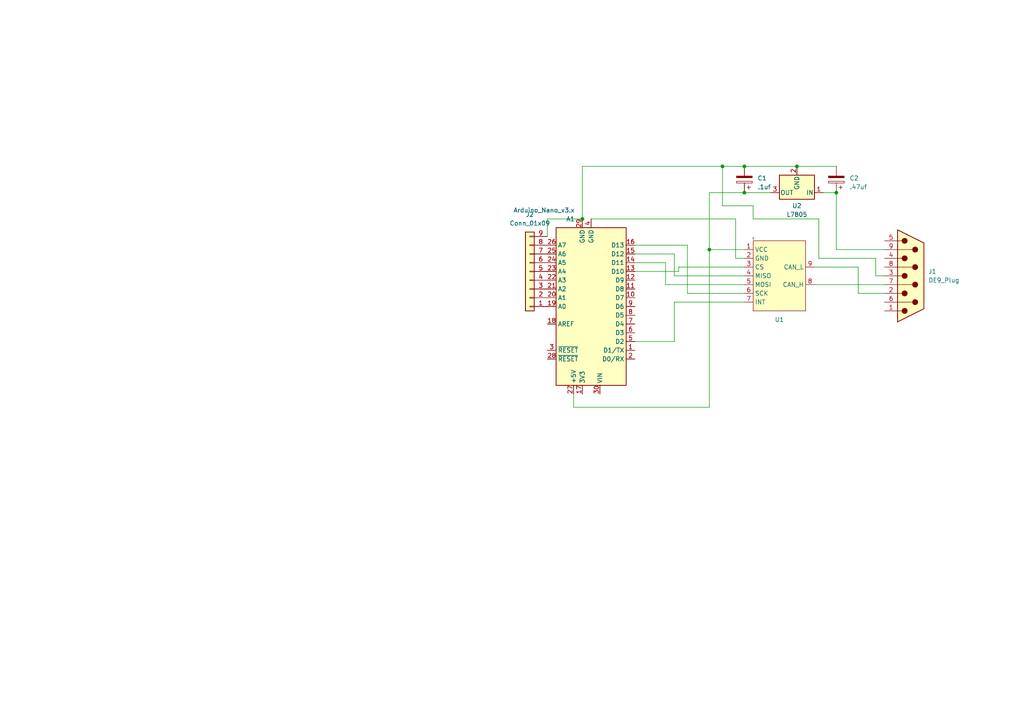
<source format=kicad_sch>
(kicad_sch (version 20230121) (generator eeschema)

  (uuid 0598f63f-c696-4d2a-81ad-836673a2d82f)

  (paper "A4")

  (lib_symbols
    (symbol "Connector:DE9_Plug" (pin_names (offset 1.016) hide) (in_bom yes) (on_board yes)
      (property "Reference" "J" (at 0 13.97 0)
        (effects (font (size 1.27 1.27)))
      )
      (property "Value" "DE9_Plug" (at 0 -14.605 0)
        (effects (font (size 1.27 1.27)))
      )
      (property "Footprint" "" (at 0 0 0)
        (effects (font (size 1.27 1.27)) hide)
      )
      (property "Datasheet" " ~" (at 0 0 0)
        (effects (font (size 1.27 1.27)) hide)
      )
      (property "ki_keywords" "connector male plug D-SUB DB9" (at 0 0 0)
        (effects (font (size 1.27 1.27)) hide)
      )
      (property "ki_description" "9-pin male plug pin D-SUB connector" (at 0 0 0)
        (effects (font (size 1.27 1.27)) hide)
      )
      (property "ki_fp_filters" "DSUB*Male*" (at 0 0 0)
        (effects (font (size 1.27 1.27)) hide)
      )
      (symbol "DE9_Plug_0_1"
        (circle (center -1.778 -10.16) (radius 0.762)
          (stroke (width 0) (type default))
          (fill (type outline))
        )
        (circle (center -1.778 -5.08) (radius 0.762)
          (stroke (width 0) (type default))
          (fill (type outline))
        )
        (circle (center -1.778 0) (radius 0.762)
          (stroke (width 0) (type default))
          (fill (type outline))
        )
        (circle (center -1.778 5.08) (radius 0.762)
          (stroke (width 0) (type default))
          (fill (type outline))
        )
        (circle (center -1.778 10.16) (radius 0.762)
          (stroke (width 0) (type default))
          (fill (type outline))
        )
        (polyline
          (pts
            (xy -3.81 -10.16)
            (xy -2.54 -10.16)
          )
          (stroke (width 0) (type default))
          (fill (type none))
        )
        (polyline
          (pts
            (xy -3.81 -7.62)
            (xy 0.508 -7.62)
          )
          (stroke (width 0) (type default))
          (fill (type none))
        )
        (polyline
          (pts
            (xy -3.81 -5.08)
            (xy -2.54 -5.08)
          )
          (stroke (width 0) (type default))
          (fill (type none))
        )
        (polyline
          (pts
            (xy -3.81 -2.54)
            (xy 0.508 -2.54)
          )
          (stroke (width 0) (type default))
          (fill (type none))
        )
        (polyline
          (pts
            (xy -3.81 0)
            (xy -2.54 0)
          )
          (stroke (width 0) (type default))
          (fill (type none))
        )
        (polyline
          (pts
            (xy -3.81 2.54)
            (xy 0.508 2.54)
          )
          (stroke (width 0) (type default))
          (fill (type none))
        )
        (polyline
          (pts
            (xy -3.81 5.08)
            (xy -2.54 5.08)
          )
          (stroke (width 0) (type default))
          (fill (type none))
        )
        (polyline
          (pts
            (xy -3.81 7.62)
            (xy 0.508 7.62)
          )
          (stroke (width 0) (type default))
          (fill (type none))
        )
        (polyline
          (pts
            (xy -3.81 10.16)
            (xy -2.54 10.16)
          )
          (stroke (width 0) (type default))
          (fill (type none))
        )
        (polyline
          (pts
            (xy -3.81 -13.335)
            (xy -3.81 13.335)
            (xy 3.81 9.525)
            (xy 3.81 -9.525)
            (xy -3.81 -13.335)
          )
          (stroke (width 0.254) (type default))
          (fill (type background))
        )
        (circle (center 1.27 -7.62) (radius 0.762)
          (stroke (width 0) (type default))
          (fill (type outline))
        )
        (circle (center 1.27 -2.54) (radius 0.762)
          (stroke (width 0) (type default))
          (fill (type outline))
        )
        (circle (center 1.27 2.54) (radius 0.762)
          (stroke (width 0) (type default))
          (fill (type outline))
        )
        (circle (center 1.27 7.62) (radius 0.762)
          (stroke (width 0) (type default))
          (fill (type outline))
        )
      )
      (symbol "DE9_Plug_1_1"
        (pin passive line (at -7.62 -10.16 0) (length 3.81)
          (name "1" (effects (font (size 1.27 1.27))))
          (number "1" (effects (font (size 1.27 1.27))))
        )
        (pin passive line (at -7.62 -5.08 0) (length 3.81)
          (name "2" (effects (font (size 1.27 1.27))))
          (number "2" (effects (font (size 1.27 1.27))))
        )
        (pin passive line (at -7.62 0 0) (length 3.81)
          (name "3" (effects (font (size 1.27 1.27))))
          (number "3" (effects (font (size 1.27 1.27))))
        )
        (pin passive line (at -7.62 5.08 0) (length 3.81)
          (name "4" (effects (font (size 1.27 1.27))))
          (number "4" (effects (font (size 1.27 1.27))))
        )
        (pin passive line (at -7.62 10.16 0) (length 3.81)
          (name "5" (effects (font (size 1.27 1.27))))
          (number "5" (effects (font (size 1.27 1.27))))
        )
        (pin passive line (at -7.62 -7.62 0) (length 3.81)
          (name "6" (effects (font (size 1.27 1.27))))
          (number "6" (effects (font (size 1.27 1.27))))
        )
        (pin passive line (at -7.62 -2.54 0) (length 3.81)
          (name "7" (effects (font (size 1.27 1.27))))
          (number "7" (effects (font (size 1.27 1.27))))
        )
        (pin passive line (at -7.62 2.54 0) (length 3.81)
          (name "8" (effects (font (size 1.27 1.27))))
          (number "8" (effects (font (size 1.27 1.27))))
        )
        (pin passive line (at -7.62 7.62 0) (length 3.81)
          (name "9" (effects (font (size 1.27 1.27))))
          (number "9" (effects (font (size 1.27 1.27))))
        )
      )
    )
    (symbol "Connector_Generic:Conn_01x09" (pin_names (offset 1.016) hide) (in_bom yes) (on_board yes)
      (property "Reference" "J" (at 0 12.7 0)
        (effects (font (size 1.27 1.27)))
      )
      (property "Value" "Conn_01x09" (at 0 -12.7 0)
        (effects (font (size 1.27 1.27)))
      )
      (property "Footprint" "" (at 0 0 0)
        (effects (font (size 1.27 1.27)) hide)
      )
      (property "Datasheet" "~" (at 0 0 0)
        (effects (font (size 1.27 1.27)) hide)
      )
      (property "ki_keywords" "connector" (at 0 0 0)
        (effects (font (size 1.27 1.27)) hide)
      )
      (property "ki_description" "Generic connector, single row, 01x09, script generated (kicad-library-utils/schlib/autogen/connector/)" (at 0 0 0)
        (effects (font (size 1.27 1.27)) hide)
      )
      (property "ki_fp_filters" "Connector*:*_1x??_*" (at 0 0 0)
        (effects (font (size 1.27 1.27)) hide)
      )
      (symbol "Conn_01x09_1_1"
        (rectangle (start -1.27 -10.033) (end 0 -10.287)
          (stroke (width 0.1524) (type default))
          (fill (type none))
        )
        (rectangle (start -1.27 -7.493) (end 0 -7.747)
          (stroke (width 0.1524) (type default))
          (fill (type none))
        )
        (rectangle (start -1.27 -4.953) (end 0 -5.207)
          (stroke (width 0.1524) (type default))
          (fill (type none))
        )
        (rectangle (start -1.27 -2.413) (end 0 -2.667)
          (stroke (width 0.1524) (type default))
          (fill (type none))
        )
        (rectangle (start -1.27 0.127) (end 0 -0.127)
          (stroke (width 0.1524) (type default))
          (fill (type none))
        )
        (rectangle (start -1.27 2.667) (end 0 2.413)
          (stroke (width 0.1524) (type default))
          (fill (type none))
        )
        (rectangle (start -1.27 5.207) (end 0 4.953)
          (stroke (width 0.1524) (type default))
          (fill (type none))
        )
        (rectangle (start -1.27 7.747) (end 0 7.493)
          (stroke (width 0.1524) (type default))
          (fill (type none))
        )
        (rectangle (start -1.27 10.287) (end 0 10.033)
          (stroke (width 0.1524) (type default))
          (fill (type none))
        )
        (rectangle (start -1.27 11.43) (end 1.27 -11.43)
          (stroke (width 0.254) (type default))
          (fill (type background))
        )
        (pin passive line (at -5.08 10.16 0) (length 3.81)
          (name "Pin_1" (effects (font (size 1.27 1.27))))
          (number "1" (effects (font (size 1.27 1.27))))
        )
        (pin passive line (at -5.08 7.62 0) (length 3.81)
          (name "Pin_2" (effects (font (size 1.27 1.27))))
          (number "2" (effects (font (size 1.27 1.27))))
        )
        (pin passive line (at -5.08 5.08 0) (length 3.81)
          (name "Pin_3" (effects (font (size 1.27 1.27))))
          (number "3" (effects (font (size 1.27 1.27))))
        )
        (pin passive line (at -5.08 2.54 0) (length 3.81)
          (name "Pin_4" (effects (font (size 1.27 1.27))))
          (number "4" (effects (font (size 1.27 1.27))))
        )
        (pin passive line (at -5.08 0 0) (length 3.81)
          (name "Pin_5" (effects (font (size 1.27 1.27))))
          (number "5" (effects (font (size 1.27 1.27))))
        )
        (pin passive line (at -5.08 -2.54 0) (length 3.81)
          (name "Pin_6" (effects (font (size 1.27 1.27))))
          (number "6" (effects (font (size 1.27 1.27))))
        )
        (pin passive line (at -5.08 -5.08 0) (length 3.81)
          (name "Pin_7" (effects (font (size 1.27 1.27))))
          (number "7" (effects (font (size 1.27 1.27))))
        )
        (pin passive line (at -5.08 -7.62 0) (length 3.81)
          (name "Pin_8" (effects (font (size 1.27 1.27))))
          (number "8" (effects (font (size 1.27 1.27))))
        )
        (pin passive line (at -5.08 -10.16 0) (length 3.81)
          (name "Pin_9" (effects (font (size 1.27 1.27))))
          (number "9" (effects (font (size 1.27 1.27))))
        )
      )
    )
    (symbol "Custom:MCP2515_MODULE" (in_bom yes) (on_board yes)
      (property "Reference" "U" (at 0 21.082 90)
        (effects (font (size 1.27 1.27)))
      )
      (property "Value" "" (at 0 21.082 90)
        (effects (font (size 1.27 1.27)))
      )
      (property "Footprint" "Custom:MCP2515_MODULE" (at 0 21.082 90)
        (effects (font (size 1.27 1.27)) hide)
      )
      (property "Datasheet" "" (at 0 21.082 90)
        (effects (font (size 1.27 1.27)) hide)
      )
      (symbol "MCP2515_MODULE_1_1"
        (rectangle (start 0 20.32) (end 15.24 0)
          (stroke (width 0) (type default))
          (fill (type background))
        )
        (pin input line (at -2.54 17.78 0) (length 2.54)
          (name "VCC" (effects (font (size 1.27 1.27))))
          (number "1" (effects (font (size 1.27 1.27))))
        )
        (pin input line (at -2.54 15.24 0) (length 2.54)
          (name "GND" (effects (font (size 1.27 1.27))))
          (number "2" (effects (font (size 1.27 1.27))))
        )
        (pin input line (at -2.54 12.7 0) (length 2.54)
          (name "CS" (effects (font (size 1.27 1.27))))
          (number "3" (effects (font (size 1.27 1.27))))
        )
        (pin input line (at -2.54 10.16 0) (length 2.54)
          (name "MISO" (effects (font (size 1.27 1.27))))
          (number "4" (effects (font (size 1.27 1.27))))
        )
        (pin input line (at -2.54 7.62 0) (length 2.54)
          (name "MOSI" (effects (font (size 1.27 1.27))))
          (number "5" (effects (font (size 1.27 1.27))))
        )
        (pin input line (at -2.54 5.08 0) (length 2.54)
          (name "SCK" (effects (font (size 1.27 1.27))))
          (number "6" (effects (font (size 1.27 1.27))))
        )
        (pin input line (at -2.54 2.54 0) (length 2.54)
          (name "INT" (effects (font (size 1.27 1.27))))
          (number "7" (effects (font (size 1.27 1.27))))
        )
        (pin input line (at 17.78 7.62 180) (length 2.54)
          (name "CAN_H" (effects (font (size 1.27 1.27))))
          (number "8" (effects (font (size 1.27 1.27))))
        )
        (pin input line (at 17.78 12.7 180) (length 2.54)
          (name "CAN_L" (effects (font (size 1.27 1.27))))
          (number "9" (effects (font (size 1.27 1.27))))
        )
      )
    )
    (symbol "Device:C_Polarized" (pin_numbers hide) (pin_names (offset 0.254)) (in_bom yes) (on_board yes)
      (property "Reference" "C" (at 0.635 2.54 0)
        (effects (font (size 1.27 1.27)) (justify left))
      )
      (property "Value" "C_Polarized" (at 0.635 -2.54 0)
        (effects (font (size 1.27 1.27)) (justify left))
      )
      (property "Footprint" "" (at 0.9652 -3.81 0)
        (effects (font (size 1.27 1.27)) hide)
      )
      (property "Datasheet" "~" (at 0 0 0)
        (effects (font (size 1.27 1.27)) hide)
      )
      (property "ki_keywords" "cap capacitor" (at 0 0 0)
        (effects (font (size 1.27 1.27)) hide)
      )
      (property "ki_description" "Polarized capacitor" (at 0 0 0)
        (effects (font (size 1.27 1.27)) hide)
      )
      (property "ki_fp_filters" "CP_*" (at 0 0 0)
        (effects (font (size 1.27 1.27)) hide)
      )
      (symbol "C_Polarized_0_1"
        (rectangle (start -2.286 0.508) (end 2.286 1.016)
          (stroke (width 0) (type default))
          (fill (type none))
        )
        (polyline
          (pts
            (xy -1.778 2.286)
            (xy -0.762 2.286)
          )
          (stroke (width 0) (type default))
          (fill (type none))
        )
        (polyline
          (pts
            (xy -1.27 2.794)
            (xy -1.27 1.778)
          )
          (stroke (width 0) (type default))
          (fill (type none))
        )
        (rectangle (start 2.286 -0.508) (end -2.286 -1.016)
          (stroke (width 0) (type default))
          (fill (type outline))
        )
      )
      (symbol "C_Polarized_1_1"
        (pin passive line (at 0 3.81 270) (length 2.794)
          (name "~" (effects (font (size 1.27 1.27))))
          (number "1" (effects (font (size 1.27 1.27))))
        )
        (pin passive line (at 0 -3.81 90) (length 2.794)
          (name "~" (effects (font (size 1.27 1.27))))
          (number "2" (effects (font (size 1.27 1.27))))
        )
      )
    )
    (symbol "MCU_Module:Arduino_Nano_v3.x" (in_bom yes) (on_board yes)
      (property "Reference" "A" (at -10.16 23.495 0)
        (effects (font (size 1.27 1.27)) (justify left bottom))
      )
      (property "Value" "Arduino_Nano_v3.x" (at 5.08 -24.13 0)
        (effects (font (size 1.27 1.27)) (justify left top))
      )
      (property "Footprint" "Module:Arduino_Nano" (at 0 0 0)
        (effects (font (size 1.27 1.27) italic) hide)
      )
      (property "Datasheet" "http://www.mouser.com/pdfdocs/Gravitech_Arduino_Nano3_0.pdf" (at 0 0 0)
        (effects (font (size 1.27 1.27)) hide)
      )
      (property "ki_keywords" "Arduino nano microcontroller module USB" (at 0 0 0)
        (effects (font (size 1.27 1.27)) hide)
      )
      (property "ki_description" "Arduino Nano v3.x" (at 0 0 0)
        (effects (font (size 1.27 1.27)) hide)
      )
      (property "ki_fp_filters" "Arduino*Nano*" (at 0 0 0)
        (effects (font (size 1.27 1.27)) hide)
      )
      (symbol "Arduino_Nano_v3.x_0_1"
        (rectangle (start -10.16 22.86) (end 10.16 -22.86)
          (stroke (width 0.254) (type default))
          (fill (type background))
        )
      )
      (symbol "Arduino_Nano_v3.x_1_1"
        (pin bidirectional line (at -12.7 12.7 0) (length 2.54)
          (name "D1/TX" (effects (font (size 1.27 1.27))))
          (number "1" (effects (font (size 1.27 1.27))))
        )
        (pin bidirectional line (at -12.7 -2.54 0) (length 2.54)
          (name "D7" (effects (font (size 1.27 1.27))))
          (number "10" (effects (font (size 1.27 1.27))))
        )
        (pin bidirectional line (at -12.7 -5.08 0) (length 2.54)
          (name "D8" (effects (font (size 1.27 1.27))))
          (number "11" (effects (font (size 1.27 1.27))))
        )
        (pin bidirectional line (at -12.7 -7.62 0) (length 2.54)
          (name "D9" (effects (font (size 1.27 1.27))))
          (number "12" (effects (font (size 1.27 1.27))))
        )
        (pin bidirectional line (at -12.7 -10.16 0) (length 2.54)
          (name "D10" (effects (font (size 1.27 1.27))))
          (number "13" (effects (font (size 1.27 1.27))))
        )
        (pin bidirectional line (at -12.7 -12.7 0) (length 2.54)
          (name "D11" (effects (font (size 1.27 1.27))))
          (number "14" (effects (font (size 1.27 1.27))))
        )
        (pin bidirectional line (at -12.7 -15.24 0) (length 2.54)
          (name "D12" (effects (font (size 1.27 1.27))))
          (number "15" (effects (font (size 1.27 1.27))))
        )
        (pin bidirectional line (at -12.7 -17.78 0) (length 2.54)
          (name "D13" (effects (font (size 1.27 1.27))))
          (number "16" (effects (font (size 1.27 1.27))))
        )
        (pin power_out line (at 2.54 25.4 270) (length 2.54)
          (name "3V3" (effects (font (size 1.27 1.27))))
          (number "17" (effects (font (size 1.27 1.27))))
        )
        (pin input line (at 12.7 5.08 180) (length 2.54)
          (name "AREF" (effects (font (size 1.27 1.27))))
          (number "18" (effects (font (size 1.27 1.27))))
        )
        (pin bidirectional line (at 12.7 0 180) (length 2.54)
          (name "A0" (effects (font (size 1.27 1.27))))
          (number "19" (effects (font (size 1.27 1.27))))
        )
        (pin bidirectional line (at -12.7 15.24 0) (length 2.54)
          (name "D0/RX" (effects (font (size 1.27 1.27))))
          (number "2" (effects (font (size 1.27 1.27))))
        )
        (pin bidirectional line (at 12.7 -2.54 180) (length 2.54)
          (name "A1" (effects (font (size 1.27 1.27))))
          (number "20" (effects (font (size 1.27 1.27))))
        )
        (pin bidirectional line (at 12.7 -5.08 180) (length 2.54)
          (name "A2" (effects (font (size 1.27 1.27))))
          (number "21" (effects (font (size 1.27 1.27))))
        )
        (pin bidirectional line (at 12.7 -7.62 180) (length 2.54)
          (name "A3" (effects (font (size 1.27 1.27))))
          (number "22" (effects (font (size 1.27 1.27))))
        )
        (pin bidirectional line (at 12.7 -10.16 180) (length 2.54)
          (name "A4" (effects (font (size 1.27 1.27))))
          (number "23" (effects (font (size 1.27 1.27))))
        )
        (pin bidirectional line (at 12.7 -12.7 180) (length 2.54)
          (name "A5" (effects (font (size 1.27 1.27))))
          (number "24" (effects (font (size 1.27 1.27))))
        )
        (pin bidirectional line (at 12.7 -15.24 180) (length 2.54)
          (name "A6" (effects (font (size 1.27 1.27))))
          (number "25" (effects (font (size 1.27 1.27))))
        )
        (pin bidirectional line (at 12.7 -17.78 180) (length 2.54)
          (name "A7" (effects (font (size 1.27 1.27))))
          (number "26" (effects (font (size 1.27 1.27))))
        )
        (pin power_out line (at 5.08 25.4 270) (length 2.54)
          (name "+5V" (effects (font (size 1.27 1.27))))
          (number "27" (effects (font (size 1.27 1.27))))
        )
        (pin input line (at 12.7 15.24 180) (length 2.54)
          (name "~{RESET}" (effects (font (size 1.27 1.27))))
          (number "28" (effects (font (size 1.27 1.27))))
        )
        (pin power_in line (at 2.54 -25.4 90) (length 2.54)
          (name "GND" (effects (font (size 1.27 1.27))))
          (number "29" (effects (font (size 1.27 1.27))))
        )
        (pin input line (at 12.7 12.7 180) (length 2.54)
          (name "~{RESET}" (effects (font (size 1.27 1.27))))
          (number "3" (effects (font (size 1.27 1.27))))
        )
        (pin power_in line (at -2.54 25.4 270) (length 2.54)
          (name "VIN" (effects (font (size 1.27 1.27))))
          (number "30" (effects (font (size 1.27 1.27))))
        )
        (pin power_in line (at 0 -25.4 90) (length 2.54)
          (name "GND" (effects (font (size 1.27 1.27))))
          (number "4" (effects (font (size 1.27 1.27))))
        )
        (pin bidirectional line (at -12.7 10.16 0) (length 2.54)
          (name "D2" (effects (font (size 1.27 1.27))))
          (number "5" (effects (font (size 1.27 1.27))))
        )
        (pin bidirectional line (at -12.7 7.62 0) (length 2.54)
          (name "D3" (effects (font (size 1.27 1.27))))
          (number "6" (effects (font (size 1.27 1.27))))
        )
        (pin bidirectional line (at -12.7 5.08 0) (length 2.54)
          (name "D4" (effects (font (size 1.27 1.27))))
          (number "7" (effects (font (size 1.27 1.27))))
        )
        (pin bidirectional line (at -12.7 2.54 0) (length 2.54)
          (name "D5" (effects (font (size 1.27 1.27))))
          (number "8" (effects (font (size 1.27 1.27))))
        )
        (pin bidirectional line (at -12.7 0 0) (length 2.54)
          (name "D6" (effects (font (size 1.27 1.27))))
          (number "9" (effects (font (size 1.27 1.27))))
        )
      )
    )
    (symbol "Regulator_Linear:L7805" (pin_names (offset 0.254)) (in_bom yes) (on_board yes)
      (property "Reference" "U" (at -3.81 3.175 0)
        (effects (font (size 1.27 1.27)))
      )
      (property "Value" "L7805" (at 0 3.175 0)
        (effects (font (size 1.27 1.27)) (justify left))
      )
      (property "Footprint" "" (at 0.635 -3.81 0)
        (effects (font (size 1.27 1.27) italic) (justify left) hide)
      )
      (property "Datasheet" "http://www.st.com/content/ccc/resource/technical/document/datasheet/41/4f/b3/b0/12/d4/47/88/CD00000444.pdf/files/CD00000444.pdf/jcr:content/translations/en.CD00000444.pdf" (at 0 -1.27 0)
        (effects (font (size 1.27 1.27)) hide)
      )
      (property "ki_keywords" "Voltage Regulator 1.5A Positive" (at 0 0 0)
        (effects (font (size 1.27 1.27)) hide)
      )
      (property "ki_description" "Positive 1.5A 35V Linear Regulator, Fixed Output 5V, TO-220/TO-263/TO-252" (at 0 0 0)
        (effects (font (size 1.27 1.27)) hide)
      )
      (property "ki_fp_filters" "TO?252* TO?263* TO?220*" (at 0 0 0)
        (effects (font (size 1.27 1.27)) hide)
      )
      (symbol "L7805_0_1"
        (rectangle (start -5.08 1.905) (end 5.08 -5.08)
          (stroke (width 0.254) (type default))
          (fill (type background))
        )
      )
      (symbol "L7805_1_1"
        (pin power_in line (at -7.62 0 0) (length 2.54)
          (name "IN" (effects (font (size 1.27 1.27))))
          (number "1" (effects (font (size 1.27 1.27))))
        )
        (pin power_in line (at 0 -7.62 90) (length 2.54)
          (name "GND" (effects (font (size 1.27 1.27))))
          (number "2" (effects (font (size 1.27 1.27))))
        )
        (pin power_out line (at 7.62 0 180) (length 2.54)
          (name "OUT" (effects (font (size 1.27 1.27))))
          (number "3" (effects (font (size 1.27 1.27))))
        )
      )
    )
  )

  (junction (at 205.74 72.39) (diameter 0) (color 0 0 0 0)
    (uuid 1e7a8682-c3c7-4e38-ac0b-a0799e6ead53)
  )
  (junction (at 231.14 48.26) (diameter 0) (color 0 0 0 0)
    (uuid 413166f8-2372-4eae-abdc-eaa45462e08a)
  )
  (junction (at 242.57 55.88) (diameter 0) (color 0 0 0 0)
    (uuid 662da570-f05b-43f9-9331-113e14bd2a7a)
  )
  (junction (at 215.9 48.26) (diameter 0) (color 0 0 0 0)
    (uuid 764f5167-72f9-41f1-9f22-ea174146a976)
  )
  (junction (at 215.9 55.88) (diameter 0) (color 0 0 0 0)
    (uuid 8b9000ca-1663-4d32-aa38-0c21f227b41f)
  )
  (junction (at 209.55 48.26) (diameter 0) (color 0 0 0 0)
    (uuid 916dc005-f3b6-4ce2-9c59-849cc39e49ac)
  )
  (junction (at 168.91 63.5) (diameter 0) (color 0 0 0 0)
    (uuid c49c5692-324f-4db5-b6ca-de7c50408bc1)
  )

  (wire (pts (xy 158.75 63.5) (xy 168.91 63.5))
    (stroke (width 0) (type default))
    (uuid 06bc0867-c8a3-4f5e-843c-723cd9e0fd89)
  )
  (wire (pts (xy 213.36 74.93) (xy 213.36 63.5))
    (stroke (width 0) (type default))
    (uuid 151d0d39-2046-4a63-83f4-1590d626a7a8)
  )
  (wire (pts (xy 215.9 77.47) (xy 196.85 77.47))
    (stroke (width 0) (type default))
    (uuid 1ab4b98e-5160-40de-be2a-b3e75a5aa083)
  )
  (wire (pts (xy 205.74 72.39) (xy 215.9 72.39))
    (stroke (width 0) (type default))
    (uuid 1c08962e-12fd-4961-a628-422241ffc91b)
  )
  (wire (pts (xy 215.9 80.01) (xy 195.58 80.01))
    (stroke (width 0) (type default))
    (uuid 1caa51d5-d36f-4f98-b20c-399d3463586f)
  )
  (wire (pts (xy 215.9 55.88) (xy 223.52 55.88))
    (stroke (width 0) (type default))
    (uuid 28dca211-09c6-4acd-bcf1-abcca52b1289)
  )
  (wire (pts (xy 236.22 82.55) (xy 256.54 82.55))
    (stroke (width 0) (type default))
    (uuid 2dbf326e-80e0-4187-9216-482bbb659b25)
  )
  (wire (pts (xy 171.45 63.5) (xy 213.36 63.5))
    (stroke (width 0) (type default))
    (uuid 3a513849-ecfb-4050-ba2f-de1ddb7d0bd7)
  )
  (wire (pts (xy 237.49 74.93) (xy 237.49 63.5))
    (stroke (width 0) (type default))
    (uuid 3db47e02-beae-4397-82a8-7eaab8594203)
  )
  (wire (pts (xy 242.57 55.88) (xy 242.57 72.39))
    (stroke (width 0) (type default))
    (uuid 3ddfcc95-d245-4b67-b255-c64b5c6869be)
  )
  (wire (pts (xy 237.49 63.5) (xy 218.44 63.5))
    (stroke (width 0) (type default))
    (uuid 4074489e-997e-4597-9b66-85e31c3824ae)
  )
  (wire (pts (xy 168.91 48.26) (xy 168.91 63.5))
    (stroke (width 0) (type default))
    (uuid 40fb0a37-0535-41bc-be85-e91d3fe56ae0)
  )
  (wire (pts (xy 231.14 48.26) (xy 215.9 48.26))
    (stroke (width 0) (type default))
    (uuid 45f1e026-3cdf-4662-8edb-017a4e03e5c0)
  )
  (wire (pts (xy 193.04 76.2) (xy 193.04 82.55))
    (stroke (width 0) (type default))
    (uuid 4c0f11c2-87dc-410a-8598-c42ae29a6a95)
  )
  (wire (pts (xy 205.74 55.88) (xy 215.9 55.88))
    (stroke (width 0) (type default))
    (uuid 5e9f69bc-edfa-40aa-b5c1-6a819962119c)
  )
  (wire (pts (xy 215.9 74.93) (xy 213.36 74.93))
    (stroke (width 0) (type default))
    (uuid 6e24141b-7324-402e-a6c9-bcf2b2b8a1b1)
  )
  (wire (pts (xy 209.55 48.26) (xy 215.9 48.26))
    (stroke (width 0) (type default))
    (uuid 6e26fe3c-ad50-459b-a25b-4b83511a12e8)
  )
  (wire (pts (xy 254 74.93) (xy 237.49 74.93))
    (stroke (width 0) (type default))
    (uuid 72966d00-52e7-4127-92e2-fc4920c251f4)
  )
  (wire (pts (xy 254 80.01) (xy 254 74.93))
    (stroke (width 0) (type default))
    (uuid 72a182eb-5fdb-439a-aa7a-253dea927ab1)
  )
  (wire (pts (xy 196.85 78.74) (xy 184.15 78.74))
    (stroke (width 0) (type default))
    (uuid 732152e7-d3d6-407f-bb8e-60eeb92b6ea6)
  )
  (wire (pts (xy 195.58 87.63) (xy 195.58 99.06))
    (stroke (width 0) (type default))
    (uuid 735b6faf-b8c7-4d53-bcc1-592b84d64adb)
  )
  (wire (pts (xy 248.92 77.47) (xy 248.92 85.09))
    (stroke (width 0) (type default))
    (uuid 75ebc699-4a4d-43f6-b5e7-8ab3022b3466)
  )
  (wire (pts (xy 238.76 55.88) (xy 242.57 55.88))
    (stroke (width 0) (type default))
    (uuid 837fe651-7401-4396-8c37-4a73b79f7df0)
  )
  (wire (pts (xy 184.15 76.2) (xy 193.04 76.2))
    (stroke (width 0) (type default))
    (uuid 980df360-a7dc-47fb-af58-2c96fa211135)
  )
  (wire (pts (xy 256.54 80.01) (xy 254 80.01))
    (stroke (width 0) (type default))
    (uuid 9888f022-c656-4adf-969e-41c16812443e)
  )
  (wire (pts (xy 215.9 85.09) (xy 199.39 85.09))
    (stroke (width 0) (type default))
    (uuid a2ba12ee-674d-4996-973f-006996fdaeee)
  )
  (wire (pts (xy 166.37 118.11) (xy 205.74 118.11))
    (stroke (width 0) (type default))
    (uuid b0ce7e2f-47ba-47a4-85e7-43f44b341f63)
  )
  (wire (pts (xy 195.58 73.66) (xy 184.15 73.66))
    (stroke (width 0) (type default))
    (uuid b355c30a-bc84-4880-8149-0846f4e5ceff)
  )
  (wire (pts (xy 205.74 72.39) (xy 205.74 55.88))
    (stroke (width 0) (type default))
    (uuid b8cf4014-b7ca-4d7a-bff7-49f0c4f28e93)
  )
  (wire (pts (xy 218.44 59.69) (xy 209.55 59.69))
    (stroke (width 0) (type default))
    (uuid bcd8ad18-1b0a-48c8-a9b7-42fea4cd9910)
  )
  (wire (pts (xy 205.74 118.11) (xy 205.74 72.39))
    (stroke (width 0) (type default))
    (uuid c2268ef4-7e66-4c6e-a051-8492bc902d11)
  )
  (wire (pts (xy 168.91 48.26) (xy 209.55 48.26))
    (stroke (width 0) (type default))
    (uuid c95ec315-e84c-48ad-8b3c-9c705cf934c2)
  )
  (wire (pts (xy 196.85 77.47) (xy 196.85 78.74))
    (stroke (width 0) (type default))
    (uuid ca680bed-01e2-4664-b4ee-ed0461058e11)
  )
  (wire (pts (xy 215.9 87.63) (xy 195.58 87.63))
    (stroke (width 0) (type default))
    (uuid cabdc09f-6a18-4606-ac27-2505f53c6d34)
  )
  (wire (pts (xy 256.54 72.39) (xy 242.57 72.39))
    (stroke (width 0) (type default))
    (uuid d14d4720-27da-475c-b55a-35629cfd292b)
  )
  (wire (pts (xy 166.37 114.3) (xy 166.37 118.11))
    (stroke (width 0) (type default))
    (uuid d1e2ac5d-b62a-4432-8133-47cf848ecb63)
  )
  (wire (pts (xy 195.58 80.01) (xy 195.58 73.66))
    (stroke (width 0) (type default))
    (uuid d5735b71-b35b-451b-bb48-4ebaea03ef1b)
  )
  (wire (pts (xy 231.14 48.26) (xy 242.57 48.26))
    (stroke (width 0) (type default))
    (uuid d7a9a71f-bf67-40c5-a3e7-04aa01779ecf)
  )
  (wire (pts (xy 199.39 71.12) (xy 184.15 71.12))
    (stroke (width 0) (type default))
    (uuid d84cde70-e84a-44ab-b822-253f0213cea9)
  )
  (wire (pts (xy 236.22 77.47) (xy 248.92 77.47))
    (stroke (width 0) (type default))
    (uuid dccc35f9-86d2-40a4-a093-29ae3bf50cfd)
  )
  (wire (pts (xy 193.04 82.55) (xy 215.9 82.55))
    (stroke (width 0) (type default))
    (uuid e07f24cd-5a3b-4a48-9750-c6759c1ecf2f)
  )
  (wire (pts (xy 209.55 59.69) (xy 209.55 48.26))
    (stroke (width 0) (type default))
    (uuid e4b7baae-8891-4c11-87c1-9a31ba317092)
  )
  (wire (pts (xy 158.75 68.58) (xy 158.75 63.5))
    (stroke (width 0) (type default))
    (uuid e8edc22c-08bd-448e-9b46-68e74bf00cb5)
  )
  (wire (pts (xy 195.58 99.06) (xy 184.15 99.06))
    (stroke (width 0) (type default))
    (uuid ec062eeb-72c2-4f7e-9a89-a001b0323b73)
  )
  (wire (pts (xy 199.39 85.09) (xy 199.39 71.12))
    (stroke (width 0) (type default))
    (uuid ecfc6c4c-19fc-4159-8e93-a1ce2ed7e85a)
  )
  (wire (pts (xy 218.44 63.5) (xy 218.44 59.69))
    (stroke (width 0) (type default))
    (uuid f84aab2b-5aa0-4833-b998-22326b9d372f)
  )
  (wire (pts (xy 248.92 85.09) (xy 256.54 85.09))
    (stroke (width 0) (type default))
    (uuid fbbd6a92-b964-48cb-9759-78876505bacb)
  )

  (symbol (lib_id "Custom:MCP2515_MODULE") (at 218.44 90.17 0) (unit 1)
    (in_bom yes) (on_board yes) (dnp no) (fields_autoplaced)
    (uuid 01c96dc3-4c0d-481a-8d4b-56713f1eb98d)
    (property "Reference" "U1" (at 226.06 92.71 0)
      (effects (font (size 1.27 1.27)))
    )
    (property "Value" "~" (at 218.44 69.088 90)
      (effects (font (size 1.27 1.27)))
    )
    (property "Footprint" "Custom:MCP2515_MODULE" (at 218.44 69.088 90)
      (effects (font (size 1.27 1.27)) hide)
    )
    (property "Datasheet" "" (at 218.44 69.088 90)
      (effects (font (size 1.27 1.27)) hide)
    )
    (pin "9" (uuid 6d9abbd5-1f5d-4a99-9ed2-4ba6214d7c19))
    (pin "4" (uuid 73953b05-99f2-4fcf-be38-4c0bfb6ee164))
    (pin "1" (uuid 0ae27ec0-c215-4510-bd09-e2390c9f6573))
    (pin "6" (uuid ec70410f-eca0-4171-ad1e-c06ba0a64257))
    (pin "2" (uuid 945d52db-1d98-4913-a00b-9c5558a17135))
    (pin "5" (uuid cab033f1-3bb8-41c1-9b24-d4cb48a9ec3a))
    (pin "7" (uuid ba2c1ea8-2271-4094-8b09-04b6dd5c231f))
    (pin "3" (uuid db6bc55f-707f-432f-9339-bc9c2eb7dbc7))
    (pin "8" (uuid e06928ad-54e5-4e72-b75c-214e72996096))
    (instances
      (project "Arduino Canbus Card"
        (path "/0598f63f-c696-4d2a-81ad-836673a2d82f"
          (reference "U1") (unit 1)
        )
      )
    )
  )

  (symbol (lib_id "MCU_Module:Arduino_Nano_v3.x") (at 171.45 88.9 180) (unit 1)
    (in_bom yes) (on_board yes) (dnp no) (fields_autoplaced)
    (uuid 16e16a49-1acc-46b9-a219-87c1f76d9f7a)
    (property "Reference" "A1" (at 166.7159 63.5 0)
      (effects (font (size 1.27 1.27)) (justify left))
    )
    (property "Value" "Arduino_Nano_v3.x" (at 166.7159 60.96 0)
      (effects (font (size 1.27 1.27)) (justify left))
    )
    (property "Footprint" "Module:Arduino_Nano" (at 171.45 88.9 0)
      (effects (font (size 1.27 1.27) italic) hide)
    )
    (property "Datasheet" "http://www.mouser.com/pdfdocs/Gravitech_Arduino_Nano3_0.pdf" (at 171.45 88.9 0)
      (effects (font (size 1.27 1.27)) hide)
    )
    (pin "1" (uuid c93651e5-d099-4ff8-a3ab-1fae223fa875))
    (pin "20" (uuid 4d7f45d5-c43e-4e89-9895-f609bdf9e906))
    (pin "5" (uuid 91532326-f0d9-4347-9ae4-5bbbd2a9e3fe))
    (pin "30" (uuid 3b15dd06-7dec-45c8-93c1-58ae6e4f1f28))
    (pin "8" (uuid cc0dddd3-447a-4911-987e-7f0ae2588209))
    (pin "27" (uuid 11da9fb8-e687-4894-acf6-782cc8d5d8a5))
    (pin "10" (uuid c605770b-bdf4-464a-86b8-b576edf8e70f))
    (pin "24" (uuid 6b728e35-e052-46a0-9877-81f53a6bf69d))
    (pin "4" (uuid 093cb390-7cc6-483f-950f-eebf1a48b3cf))
    (pin "28" (uuid 86442ffc-f985-4cba-8982-df670eef39ae))
    (pin "18" (uuid a07abc60-e243-43e5-befc-b2a18ab02f6c))
    (pin "12" (uuid 2d0a6485-63a0-4e9c-af17-5d81abdb2fed))
    (pin "25" (uuid 924d0045-abef-4cce-9fa6-bde4ab5261a1))
    (pin "3" (uuid 11ca732b-bcfb-491f-ac5e-12c13389acf5))
    (pin "26" (uuid 46a2b0e5-5b0f-4557-91f6-3fdb6832b7ed))
    (pin "13" (uuid 7e4b9669-e810-454f-a48c-b2ec6427681d))
    (pin "29" (uuid cd02f813-db8e-4fef-8144-0b19a8301a64))
    (pin "21" (uuid 4ac99f50-3a1c-4728-9925-119f76953e8d))
    (pin "23" (uuid ad3f9509-6c9d-4c7b-84d2-4ec9149640d7))
    (pin "19" (uuid a040d16e-81de-4f43-b9cc-731aa94d1c10))
    (pin "11" (uuid e3d812aa-0f49-4277-96b8-bf139d717c71))
    (pin "16" (uuid 6bad0978-ff98-47a9-b38d-861fc24767b1))
    (pin "9" (uuid 96ed5782-304e-4895-9ce1-356e9289d88a))
    (pin "6" (uuid 8dae477e-4d4f-46e5-86aa-f990dcfb3ced))
    (pin "15" (uuid 5270fdec-8e0b-4852-b617-6ae1faff96d3))
    (pin "17" (uuid 3d28541b-6d17-4b45-b446-119f842dd8ac))
    (pin "14" (uuid 80ff9e24-05b5-4dba-b829-8bd9bbf0a8e6))
    (pin "7" (uuid 47549686-111d-4f28-a743-aa917be6a781))
    (pin "2" (uuid c4225044-35c4-4abc-9c0c-204fd3414c3c))
    (pin "22" (uuid 03bfc318-9fbb-454f-bcda-0b00d31e31be))
    (instances
      (project "Arduino Canbus Card"
        (path "/0598f63f-c696-4d2a-81ad-836673a2d82f"
          (reference "A1") (unit 1)
        )
      )
    )
  )

  (symbol (lib_id "Regulator_Linear:L7805") (at 231.14 55.88 180) (unit 1)
    (in_bom yes) (on_board yes) (dnp no) (fields_autoplaced)
    (uuid 33b6f045-aa1a-49a8-8d8d-5ee5352a7445)
    (property "Reference" "U2" (at 231.14 59.69 0)
      (effects (font (size 1.27 1.27)))
    )
    (property "Value" "L7805" (at 231.14 62.23 0)
      (effects (font (size 1.27 1.27)))
    )
    (property "Footprint" "Package_TO_SOT_THT:TO-220-3_Vertical" (at 230.505 52.07 0)
      (effects (font (size 1.27 1.27) italic) (justify left) hide)
    )
    (property "Datasheet" "http://www.st.com/content/ccc/resource/technical/document/datasheet/41/4f/b3/b0/12/d4/47/88/CD00000444.pdf/files/CD00000444.pdf/jcr:content/translations/en.CD00000444.pdf" (at 231.14 54.61 0)
      (effects (font (size 1.27 1.27)) hide)
    )
    (pin "3" (uuid c241c861-2700-4b92-a26b-7e6bed2c1fe5))
    (pin "2" (uuid 921d4e09-c6a6-4cb1-a543-ef1fe95a2d77))
    (pin "1" (uuid ba8b9437-3723-414e-b633-c7f9a82a97f3))
    (instances
      (project "Arduino Canbus Card"
        (path "/0598f63f-c696-4d2a-81ad-836673a2d82f"
          (reference "U2") (unit 1)
        )
      )
    )
  )

  (symbol (lib_id "Connector:DE9_Plug") (at 264.16 80.01 0) (unit 1)
    (in_bom yes) (on_board yes) (dnp no) (fields_autoplaced)
    (uuid 4ec08356-5857-4ff2-bc01-2df2847e32b8)
    (property "Reference" "J1" (at 269.24 78.74 0)
      (effects (font (size 1.27 1.27)) (justify left))
    )
    (property "Value" "DE9_Plug" (at 269.24 81.28 0)
      (effects (font (size 1.27 1.27)) (justify left))
    )
    (property "Footprint" "Connector_Dsub:DSUB-9_Female_Horizontal_P2.77x2.84mm_EdgePinOffset4.94mm_Housed_MountingHolesOffset7.48mm" (at 264.16 80.01 0)
      (effects (font (size 1.27 1.27)) hide)
    )
    (property "Datasheet" " ~" (at 264.16 80.01 0)
      (effects (font (size 1.27 1.27)) hide)
    )
    (pin "2" (uuid d7c6038c-257b-4bab-9170-d09ea2b607c1))
    (pin "4" (uuid 275e007a-29ec-4898-bc78-2e44434d2eab))
    (pin "6" (uuid ba37bfbc-ec00-4fbd-858a-6fffaa3361ad))
    (pin "1" (uuid 39642666-a9d4-4a83-877e-d036ced4aab0))
    (pin "9" (uuid 67be224e-57e2-4dcb-b1cb-96399618ae66))
    (pin "8" (uuid 7d9f73c2-e6be-4e74-8332-564ab54b8ce4))
    (pin "7" (uuid c94804da-1288-4d1d-81a9-90973b5606de))
    (pin "3" (uuid 0e511ba6-76a7-44fa-80c4-a2f5e12e1b1b))
    (pin "5" (uuid c64600f6-3c50-435e-affe-0e9773c1fed3))
    (instances
      (project "Arduino Canbus Card"
        (path "/0598f63f-c696-4d2a-81ad-836673a2d82f"
          (reference "J1") (unit 1)
        )
      )
    )
  )

  (symbol (lib_id "Connector_Generic:Conn_01x09") (at 153.67 78.74 180) (unit 1)
    (in_bom yes) (on_board yes) (dnp no) (fields_autoplaced)
    (uuid 50358251-0639-449d-91e6-c1a50da4ef11)
    (property "Reference" "J2" (at 153.67 62.23 0)
      (effects (font (size 1.27 1.27)))
    )
    (property "Value" "Conn_01x09" (at 153.67 64.77 0)
      (effects (font (size 1.27 1.27)))
    )
    (property "Footprint" "Connector_PinSocket_2.54mm:PinSocket_1x09_P2.54mm_Horizontal" (at 153.67 78.74 0)
      (effects (font (size 1.27 1.27)) hide)
    )
    (property "Datasheet" "~" (at 153.67 78.74 0)
      (effects (font (size 1.27 1.27)) hide)
    )
    (pin "1" (uuid 4d1afd12-eaf7-4bca-8217-3e7ae33b12ca))
    (pin "3" (uuid 94a430f7-b15d-4993-bfca-b4977f6f2faf))
    (pin "9" (uuid 045d5a42-03f4-4083-b9cd-416822f23fbf))
    (pin "7" (uuid 3b6f9286-f516-42ce-9791-0c3921ef3511))
    (pin "4" (uuid 64863017-3dfa-449c-8b87-6ab5058a3ceb))
    (pin "2" (uuid 3e62b545-25ad-446d-93fc-2022d06a5f35))
    (pin "5" (uuid e42bd277-6672-4cc1-9214-877d7614ee1e))
    (pin "6" (uuid 80f0ad19-a4b0-4dde-b369-5c1edaeab474))
    (pin "8" (uuid 7c7b8fe1-91cd-4324-aa05-5f643cfbc8a0))
    (instances
      (project "Arduino Canbus Card"
        (path "/0598f63f-c696-4d2a-81ad-836673a2d82f"
          (reference "J2") (unit 1)
        )
      )
    )
  )

  (symbol (lib_id "Device:C_Polarized") (at 215.9 52.07 180) (unit 1)
    (in_bom yes) (on_board yes) (dnp no) (fields_autoplaced)
    (uuid c727405b-bdc9-4817-81db-7a5d04482f5e)
    (property "Reference" "C1" (at 219.71 51.689 0)
      (effects (font (size 1.27 1.27)) (justify right))
    )
    (property "Value" ".1uf" (at 219.71 54.229 0)
      (effects (font (size 1.27 1.27)) (justify right))
    )
    (property "Footprint" "Capacitor_THT:CP_Radial_D5.0mm_P2.50mm" (at 214.9348 48.26 0)
      (effects (font (size 1.27 1.27)) hide)
    )
    (property "Datasheet" "~" (at 215.9 52.07 0)
      (effects (font (size 1.27 1.27)) hide)
    )
    (pin "1" (uuid a59e3bf8-9f70-4397-ab22-249af75b0f57))
    (pin "2" (uuid 32679a65-8f9c-4281-ac47-5970418abf66))
    (instances
      (project "Arduino Canbus Card"
        (path "/0598f63f-c696-4d2a-81ad-836673a2d82f"
          (reference "C1") (unit 1)
        )
      )
    )
  )

  (symbol (lib_id "Device:C_Polarized") (at 242.57 52.07 180) (unit 1)
    (in_bom yes) (on_board yes) (dnp no) (fields_autoplaced)
    (uuid d8dbff30-c351-4134-8580-748864e60366)
    (property "Reference" "C2" (at 246.38 51.689 0)
      (effects (font (size 1.27 1.27)) (justify right))
    )
    (property "Value" ".47uf" (at 246.38 54.229 0)
      (effects (font (size 1.27 1.27)) (justify right))
    )
    (property "Footprint" "Capacitor_THT:CP_Radial_D5.0mm_P2.50mm" (at 241.6048 48.26 0)
      (effects (font (size 1.27 1.27)) hide)
    )
    (property "Datasheet" "~" (at 242.57 52.07 0)
      (effects (font (size 1.27 1.27)) hide)
    )
    (pin "1" (uuid a59e3bf8-9f70-4397-ab22-249af75b0f57))
    (pin "2" (uuid 32679a65-8f9c-4281-ac47-5970418abf66))
    (instances
      (project "Arduino Canbus Card"
        (path "/0598f63f-c696-4d2a-81ad-836673a2d82f"
          (reference "C2") (unit 1)
        )
      )
    )
  )

  (sheet_instances
    (path "/" (page "1"))
  )
)

</source>
